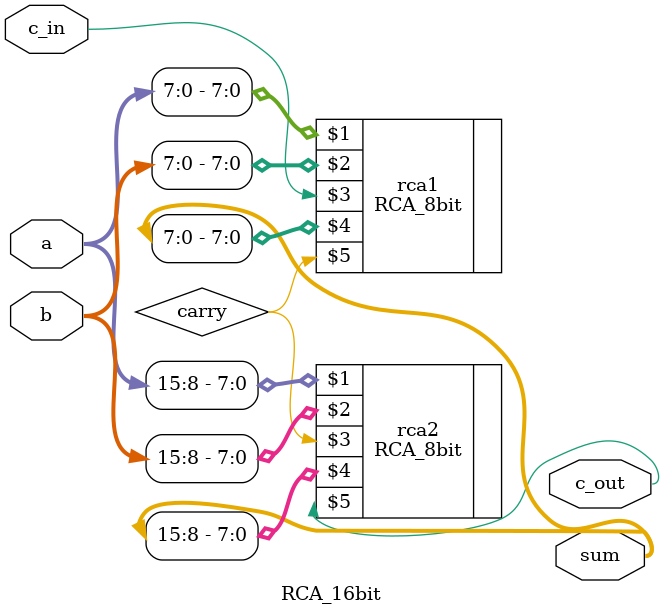
<source format=v>
`timescale 1ns/1ps

module RCA_16bit(
    input [15:0] a,
    input [15:0] b,
    input c_in,
    output [15:0] sum,
    output c_out
);

    wire carry;
    RCA_8bit rca1(a[7:0], b[7:0], c_in, sum[7:0], carry);
    RCA_8bit rca2(a[15:8], b[15:8], carry, sum[15:8], c_out);

endmodule
</source>
